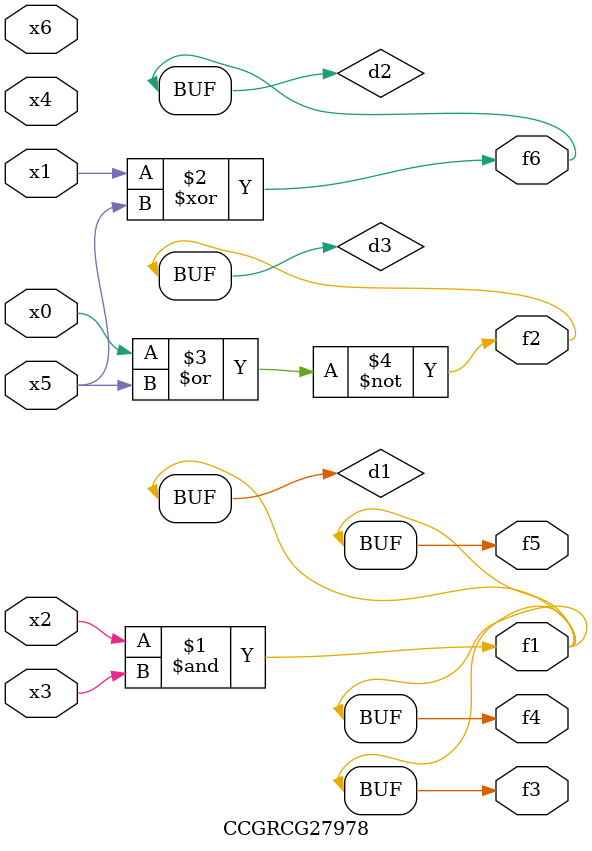
<source format=v>
module CCGRCG27978(
	input x0, x1, x2, x3, x4, x5, x6,
	output f1, f2, f3, f4, f5, f6
);

	wire d1, d2, d3;

	and (d1, x2, x3);
	xor (d2, x1, x5);
	nor (d3, x0, x5);
	assign f1 = d1;
	assign f2 = d3;
	assign f3 = d1;
	assign f4 = d1;
	assign f5 = d1;
	assign f6 = d2;
endmodule

</source>
